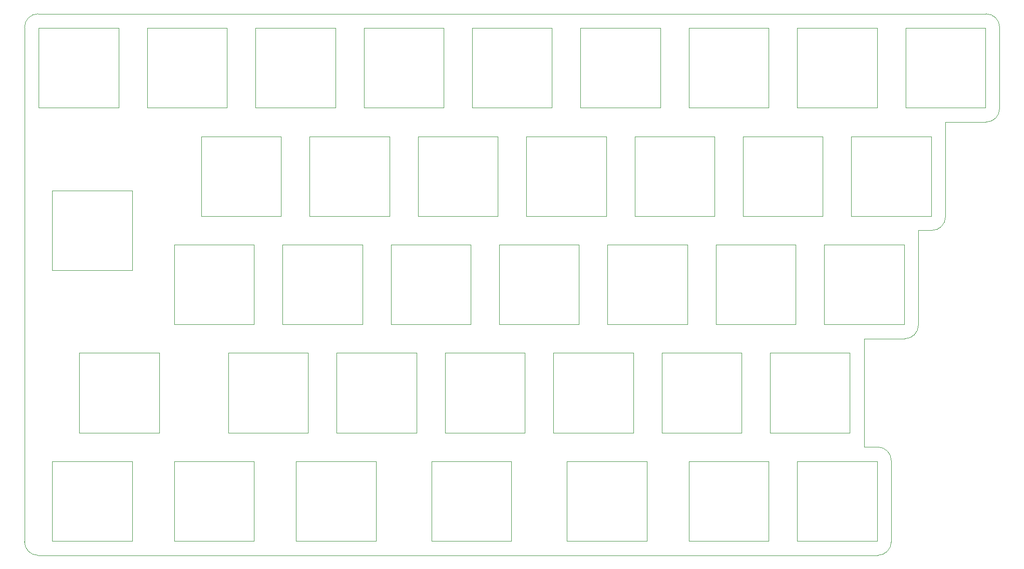
<source format=gm1>
G04 #@! TF.GenerationSoftware,KiCad,Pcbnew,5.1.2-f72e74a~84~ubuntu18.04.1*
G04 #@! TF.CreationDate,2019-06-18T11:54:42+09:00*
G04 #@! TF.ProjectId,right-top-mirror,72696768-742d-4746-9f70-2d6d6972726f,rev?*
G04 #@! TF.SameCoordinates,Original*
G04 #@! TF.FileFunction,Profile,NP*
%FSLAX46Y46*%
G04 Gerber Fmt 4.6, Leading zero omitted, Abs format (unit mm)*
G04 Created by KiCad (PCBNEW 5.1.2-f72e74a~84~ubuntu18.04.1) date 2019-06-18 11:54:42*
%MOMM*%
%LPD*%
G04 APERTURE LIST*
%ADD10C,0.050000*%
%ADD11C,0.100000*%
G04 APERTURE END LIST*
D10*
X204250000Y-42750000D02*
X230375000Y-42750000D01*
X61750000Y-135375000D02*
G75*
G03X64125000Y-137750000I2375000J0D01*
G01*
X64125000Y-42750000D02*
G75*
G03X61750000Y-45125000I0J-2375000D01*
G01*
X232750000Y-45125000D02*
G75*
G03X230375000Y-42750000I-2375000J0D01*
G01*
X232750000Y-59375000D02*
X232750000Y-45125000D01*
X204250000Y-42750000D02*
X64125000Y-42750000D01*
X61750000Y-45125000D02*
X61750000Y-135375000D01*
X213750000Y-135375000D02*
X213750000Y-121125000D01*
X209000000Y-118750000D02*
X211375000Y-118750000D01*
X209000000Y-118750000D02*
X209000000Y-99750000D01*
X209000000Y-99750000D02*
X216125000Y-99750000D01*
X218500000Y-97375000D02*
X218500000Y-80750000D01*
X218500000Y-80750000D02*
X220875000Y-80750000D01*
X223250000Y-78375000D02*
X223250000Y-61750000D01*
X223250000Y-61750000D02*
X230375000Y-61750000D01*
X64125000Y-137750000D02*
X211375000Y-137750000D01*
X211375000Y-137750000D02*
G75*
G03X213750000Y-135375000I0J2375000D01*
G01*
X213750000Y-121125000D02*
G75*
G03X211375000Y-118750000I-2375000J0D01*
G01*
X216125000Y-99750000D02*
G75*
G03X218500000Y-97375000I0J2375000D01*
G01*
X220875000Y-80750000D02*
G75*
G03X223250000Y-78375000I0J2375000D01*
G01*
X230375000Y-61750000D02*
G75*
G03X232750000Y-59375000I0J2375000D01*
G01*
D11*
X173500000Y-102250000D02*
X187500000Y-102250000D01*
X187500000Y-102250000D02*
X187500000Y-116250000D01*
X187500000Y-116250000D02*
X173500000Y-116250000D01*
X173500000Y-116250000D02*
X173500000Y-102250000D01*
X111750000Y-64250000D02*
X125750000Y-64250000D01*
X125750000Y-64250000D02*
X125750000Y-78250000D01*
X125750000Y-78250000D02*
X111750000Y-78250000D01*
X111750000Y-78250000D02*
X111750000Y-64250000D01*
X168750000Y-64250000D02*
X182750000Y-64250000D01*
X182750000Y-64250000D02*
X182750000Y-78250000D01*
X182750000Y-78250000D02*
X168750000Y-78250000D01*
X168750000Y-78250000D02*
X168750000Y-64250000D01*
X178250000Y-45250000D02*
X192250000Y-45250000D01*
X192250000Y-45250000D02*
X192250000Y-59250000D01*
X192250000Y-59250000D02*
X178250000Y-59250000D01*
X178250000Y-59250000D02*
X178250000Y-45250000D01*
X159250000Y-45250000D02*
X173250000Y-45250000D01*
X173250000Y-45250000D02*
X173250000Y-59250000D01*
X173250000Y-59250000D02*
X159250000Y-59250000D01*
X159250000Y-59250000D02*
X159250000Y-45250000D01*
X107000000Y-83250000D02*
X121000000Y-83250000D01*
X121000000Y-83250000D02*
X121000000Y-97250000D01*
X121000000Y-97250000D02*
X107000000Y-97250000D01*
X107000000Y-97250000D02*
X107000000Y-83250000D01*
X130750000Y-64250000D02*
X144750000Y-64250000D01*
X144750000Y-64250000D02*
X144750000Y-78250000D01*
X144750000Y-78250000D02*
X130750000Y-78250000D01*
X130750000Y-78250000D02*
X130750000Y-64250000D01*
X88000000Y-83250000D02*
X102000000Y-83250000D01*
X102000000Y-83250000D02*
X102000000Y-97250000D01*
X102000000Y-97250000D02*
X88000000Y-97250000D01*
X88000000Y-97250000D02*
X88000000Y-83250000D01*
X116500000Y-102250000D02*
X130500000Y-102250000D01*
X130500000Y-102250000D02*
X130500000Y-116250000D01*
X130500000Y-116250000D02*
X116500000Y-116250000D01*
X116500000Y-116250000D02*
X116500000Y-102250000D01*
X216250000Y-45250000D02*
X230250000Y-45250000D01*
X230250000Y-45250000D02*
X230250000Y-59250000D01*
X230250000Y-59250000D02*
X216250000Y-59250000D01*
X216250000Y-59250000D02*
X216250000Y-45250000D01*
X92750000Y-64250000D02*
X106750000Y-64250000D01*
X106750000Y-64250000D02*
X106750000Y-78250000D01*
X106750000Y-78250000D02*
X92750000Y-78250000D01*
X92750000Y-78250000D02*
X92750000Y-64250000D01*
X192500000Y-102250000D02*
X206500000Y-102250000D01*
X206500000Y-102250000D02*
X206500000Y-116250000D01*
X206500000Y-116250000D02*
X192500000Y-116250000D01*
X192500000Y-116250000D02*
X192500000Y-102250000D01*
X71375000Y-102250000D02*
X85375000Y-102250000D01*
X85375000Y-102250000D02*
X85375000Y-116250000D01*
X85375000Y-116250000D02*
X71375000Y-116250000D01*
X71375000Y-116250000D02*
X71375000Y-102250000D01*
X197250000Y-45250000D02*
X211250000Y-45250000D01*
X211250000Y-45250000D02*
X211250000Y-59250000D01*
X211250000Y-59250000D02*
X197250000Y-59250000D01*
X197250000Y-59250000D02*
X197250000Y-45250000D01*
X66625000Y-73750000D02*
X80625000Y-73750000D01*
X80625000Y-73750000D02*
X80625000Y-87750000D01*
X80625000Y-87750000D02*
X66625000Y-87750000D01*
X66625000Y-87750000D02*
X66625000Y-73750000D01*
X206750000Y-64250000D02*
X220750000Y-64250000D01*
X220750000Y-64250000D02*
X220750000Y-78250000D01*
X220750000Y-78250000D02*
X206750000Y-78250000D01*
X206750000Y-78250000D02*
X206750000Y-64250000D01*
X154500000Y-102250000D02*
X168500000Y-102250000D01*
X168500000Y-102250000D02*
X168500000Y-116250000D01*
X168500000Y-116250000D02*
X154500000Y-116250000D01*
X154500000Y-116250000D02*
X154500000Y-102250000D01*
X126000000Y-83250000D02*
X140000000Y-83250000D01*
X140000000Y-83250000D02*
X140000000Y-97250000D01*
X140000000Y-97250000D02*
X126000000Y-97250000D01*
X126000000Y-97250000D02*
X126000000Y-83250000D01*
X187750000Y-64250000D02*
X201750000Y-64250000D01*
X201750000Y-64250000D02*
X201750000Y-78250000D01*
X201750000Y-78250000D02*
X187750000Y-78250000D01*
X187750000Y-78250000D02*
X187750000Y-64250000D01*
X164000000Y-83250000D02*
X178000000Y-83250000D01*
X178000000Y-83250000D02*
X178000000Y-97250000D01*
X178000000Y-97250000D02*
X164000000Y-97250000D01*
X164000000Y-97250000D02*
X164000000Y-83250000D01*
X202000000Y-83250000D02*
X216000000Y-83250000D01*
X216000000Y-83250000D02*
X216000000Y-97250000D01*
X216000000Y-97250000D02*
X202000000Y-97250000D01*
X202000000Y-97250000D02*
X202000000Y-83250000D01*
X183000000Y-83250000D02*
X197000000Y-83250000D01*
X197000000Y-83250000D02*
X197000000Y-97250000D01*
X197000000Y-97250000D02*
X183000000Y-97250000D01*
X183000000Y-97250000D02*
X183000000Y-83250000D01*
X149750000Y-64250000D02*
X163750000Y-64250000D01*
X163750000Y-64250000D02*
X163750000Y-78250000D01*
X163750000Y-78250000D02*
X149750000Y-78250000D01*
X149750000Y-78250000D02*
X149750000Y-64250000D01*
X145000000Y-83250000D02*
X159000000Y-83250000D01*
X159000000Y-83250000D02*
X159000000Y-97250000D01*
X159000000Y-97250000D02*
X145000000Y-97250000D01*
X145000000Y-97250000D02*
X145000000Y-83250000D01*
X88000000Y-121250000D02*
X102000000Y-121250000D01*
X102000000Y-121250000D02*
X102000000Y-135250000D01*
X102000000Y-135250000D02*
X88000000Y-135250000D01*
X88000000Y-135250000D02*
X88000000Y-121250000D01*
X66625000Y-121250000D02*
X80625000Y-121250000D01*
X80625000Y-121250000D02*
X80625000Y-135250000D01*
X80625000Y-135250000D02*
X66625000Y-135250000D01*
X66625000Y-135250000D02*
X66625000Y-121250000D01*
X64250000Y-45250000D02*
X78250000Y-45250000D01*
X78250000Y-45250000D02*
X78250000Y-59250000D01*
X78250000Y-59250000D02*
X64250000Y-59250000D01*
X64250000Y-59250000D02*
X64250000Y-45250000D01*
X83250000Y-45250000D02*
X97250000Y-45250000D01*
X97250000Y-45250000D02*
X97250000Y-59250000D01*
X97250000Y-59250000D02*
X83250000Y-59250000D01*
X83250000Y-59250000D02*
X83250000Y-45250000D01*
X102250000Y-45250000D02*
X116250000Y-45250000D01*
X116250000Y-45250000D02*
X116250000Y-59250000D01*
X116250000Y-59250000D02*
X102250000Y-59250000D01*
X102250000Y-59250000D02*
X102250000Y-45250000D01*
X121250000Y-45250000D02*
X135250000Y-45250000D01*
X135250000Y-45250000D02*
X135250000Y-59250000D01*
X135250000Y-59250000D02*
X121250000Y-59250000D01*
X121250000Y-59250000D02*
X121250000Y-45250000D01*
X97500000Y-102250000D02*
X111500000Y-102250000D01*
X111500000Y-102250000D02*
X111500000Y-116250000D01*
X111500000Y-116250000D02*
X97500000Y-116250000D01*
X97500000Y-116250000D02*
X97500000Y-102250000D01*
X140250000Y-45250000D02*
X154250000Y-45250000D01*
X154250000Y-45250000D02*
X154250000Y-59250000D01*
X154250000Y-59250000D02*
X140250000Y-59250000D01*
X140250000Y-59250000D02*
X140250000Y-45250000D01*
X135500000Y-102250000D02*
X149500000Y-102250000D01*
X149500000Y-102250000D02*
X149500000Y-116250000D01*
X149500000Y-116250000D02*
X135500000Y-116250000D01*
X135500000Y-116250000D02*
X135500000Y-102250000D01*
X197250000Y-121250000D02*
X211250000Y-121250000D01*
X211250000Y-121250000D02*
X211250000Y-135250000D01*
X211250000Y-135250000D02*
X197250000Y-135250000D01*
X197250000Y-135250000D02*
X197250000Y-121250000D01*
X133125000Y-121250000D02*
X147125000Y-121250000D01*
X147125000Y-121250000D02*
X147125000Y-135250000D01*
X147125000Y-135250000D02*
X133125000Y-135250000D01*
X133125000Y-135250000D02*
X133125000Y-121250000D01*
X178250000Y-121250000D02*
X192250000Y-121250000D01*
X192250000Y-121250000D02*
X192250000Y-135250000D01*
X192250000Y-135250000D02*
X178250000Y-135250000D01*
X178250000Y-135250000D02*
X178250000Y-121250000D01*
X109375000Y-121250000D02*
X123375000Y-121250000D01*
X123375000Y-121250000D02*
X123375000Y-135250000D01*
X123375000Y-135250000D02*
X109375000Y-135250000D01*
X109375000Y-135250000D02*
X109375000Y-121250000D01*
X156875000Y-121250000D02*
X170875000Y-121250000D01*
X170875000Y-121250000D02*
X170875000Y-135250000D01*
X170875000Y-135250000D02*
X156875000Y-135250000D01*
X156875000Y-135250000D02*
X156875000Y-121250000D01*
M02*

</source>
